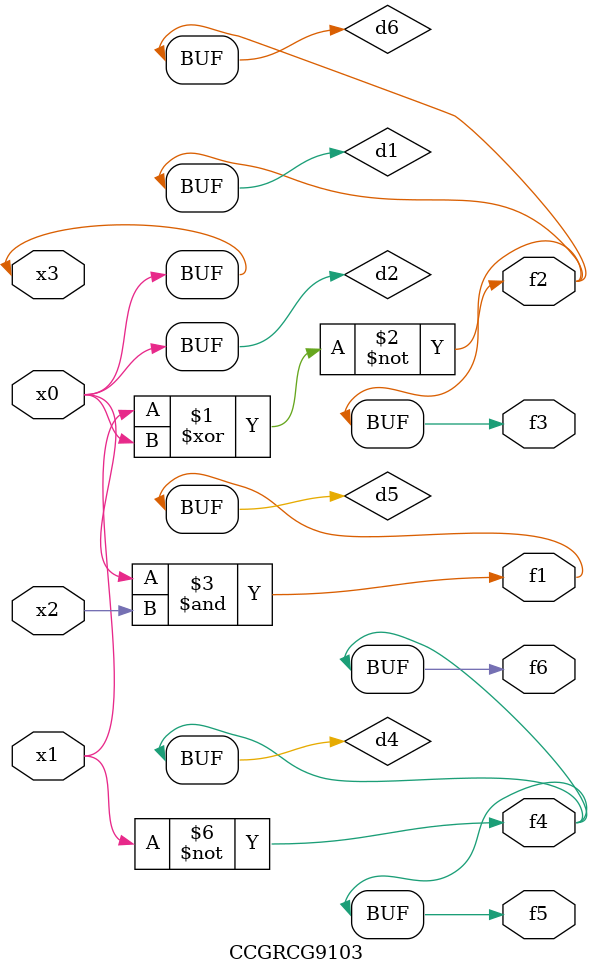
<source format=v>
module CCGRCG9103(
	input x0, x1, x2, x3,
	output f1, f2, f3, f4, f5, f6
);

	wire d1, d2, d3, d4, d5, d6;

	xnor (d1, x1, x3);
	buf (d2, x0, x3);
	nand (d3, x0, x2);
	not (d4, x1);
	nand (d5, d3);
	or (d6, d1);
	assign f1 = d5;
	assign f2 = d6;
	assign f3 = d6;
	assign f4 = d4;
	assign f5 = d4;
	assign f6 = d4;
endmodule

</source>
